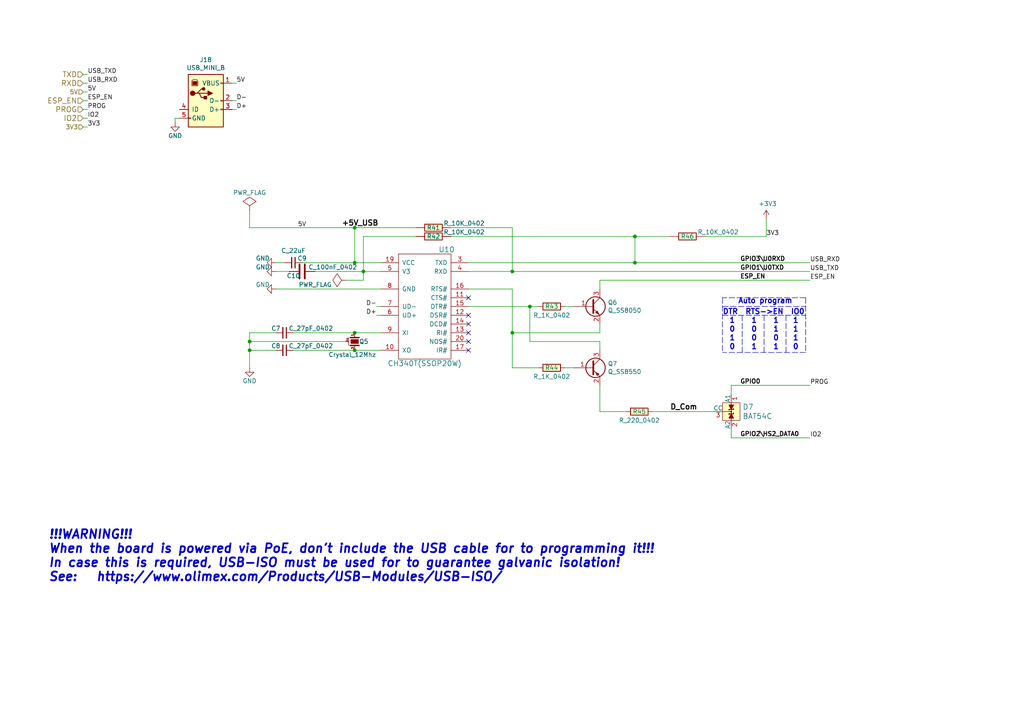
<source format=kicad_sch>
(kicad_sch (version 20211123) (generator eeschema)
  (paper "A4")
  (lib_symbols
    (symbol "C_27pF_0402_1" (pin_numbers hide) (pin_names (offset 0.254) hide)
      (property "Reference" "C" (at 0.254 1.778 0))
      (property "Value" "C_27pF_0402_1" (at 0.254 -2.032 0))
      (symbol "C_27pF_0402_1_0_1"
        (polyline (pts (xy -1.524 -0.508) (xy 1.524 -0.508)) (stroke (width 0.3302)))
        (polyline (pts (xy -1.524 0.508) (xy 1.524 0.508)) (stroke (width 0.3048)))
      )
      (symbol "C_27pF_0402_1_1_1"
        (pin passive line (at 0 2.54 270) (length 1.905) (name "~") (number "1"))
        (pin passive line (at 0 -2.54 90) (length 2.032) (name "~") (number "2"))
      )
    )
    (symbol "ESP32-PoE_Rev_E:+3.3V" (power) (pin_names (offset 0))
      (property "Value" "+3.3V" (at 0 3.556 0))
      (symbol "+3.3V_0_1"
        (polyline (pts (xy -0.762 1.27) (xy 0 2.54)))
        (polyline (pts (xy 0 0) (xy 0 2.54)))
        (polyline (pts (xy 0 2.54) (xy 0.762 1.27)))
      )
      (symbol "+3.3V_1_1"
        (pin power_in line (at 0 0 90) (length 0) hide (name "+3V3") (number "1"))
      )
    )
    (symbol "ESP32-PoE_Rev_E:PWR_FLAG" (power) (pin_numbers hide) (pin_names (offset 0) hide)
      (property "Value" "PWR_FLAG" (at 0 4.572 0))
      (symbol "PWR_FLAG_0_0"
        (pin power_out line (at 0 0 90) (length 0) (name "pwr") (number "1"))
      )
      (symbol "PWR_FLAG_0_1"
        (polyline (pts (xy 0 0) (xy 0 1.27) (xy -1.905 2.54) (xy 0 3.81) (xy 1.905 2.54) (xy 0 1.27)))
      )
    )
    (symbol "Open_Automation:BAT54C" (pin_names (offset 0))
      (property "Reference" "D" (at 0 6.35 0))
      (property "Value" "BAT54C" (at 0 3.81 0))
      (symbol "BAT54C_0_1"
        (polyline (pts (xy -2.54 0) (xy 2.54 0)))
        (polyline (pts (xy -0.889 0.635) (xy -0.635 0.635)) (stroke (width 0.254)))
        (polyline (pts (xy -0.635 -0.635) (xy -0.381 -0.635)) (stroke (width 0.254)))
        (polyline (pts (xy -0.635 0.635) (xy -0.635 -0.635)) (stroke (width 0.254)))
        (polyline (pts (xy 0 -1.905) (xy 0 -2.54)))
        (polyline (pts (xy 0 0) (xy 0 -1.905)))
        (polyline (pts (xy 0.381 0.635) (xy 0.635 0.635)) (stroke (width 0.254)))
        (polyline (pts (xy 0.635 -0.635) (xy 0.889 -0.635)) (stroke (width 0.254)))
        (polyline (pts (xy 0.635 0.635) (xy 0.635 -0.635)) (stroke (width 0.254)))
        (polyline (pts (xy -1.905 0.635) (xy -1.905 -0.635) (xy -0.635 0) (xy -1.905 0.635)) (stroke (width 0.254)) (fill (type outline)))
        (polyline (pts (xy 1.905 0.635) (xy 1.905 -0.635) (xy 0.635 0) (xy 1.905 0.635)) (stroke (width 0.254)) (fill (type outline)))
        (polyline (pts (xy -2.54 2.54) (xy 2.54 2.54) (xy 2.54 -2.54) (xy -2.54 -2.54) (xy -2.54 2.54)) (fill (type background)))
        (circle (center 0 0) (radius 0.127) (stroke (width 0.254)))
      )
      (symbol "BAT54C_1_1"
        (pin passive line (at -5.08 0 0) (length 2.54) (name "A1") (number "1"))
        (pin passive line (at 5.08 0 180) (length 2.54) (name "A2") (number "2"))
        (pin passive line (at 0 -5.08 90) (length 2.54) (name "CC") (number "3"))
      )
    )
    (symbol "Open_Automation:CH340T(SSOP20W)" (pin_names (offset 1.016))
      (property "Reference" "U10" (at 6.35 16.51 0))
      (property "Value" "CH340T(SSOP20W)" (at 0 -16.51 0))
      (symbol "CH340T(SSOP20W)_0_1"
        (rectangle (start -7.62 15.24) (end 7.62 -15.24))
      )
      (symbol "CH340T(SSOP20W)_1_1"
        (pin output line (at -1.27 20.32 270) (length 5.08) hide (name "CKO") (number "1"))
        (pin output line (at -12.7 -12.7 0) (length 5.08) (name "XO") (number "10"))
        (pin input line (at 12.7 2.54 180) (length 5.08) (name "CTS#") (number "11"))
        (pin input line (at 12.7 -2.54 180) (length 5.08) (name "DSR#") (number "12"))
        (pin input line (at 12.7 -7.62 180) (length 5.08) (name "RI#") (number "13"))
        (pin input line (at 12.7 -5.08 180) (length 5.08) (name "DCD#") (number "14"))
        (pin output line (at 12.7 0 180) (length 5.08) (name "DTR#") (number "15"))
        (pin output line (at 12.7 5.08 180) (length 5.08) (name "RTS#") (number "16"))
        (pin input line (at 12.7 -12.7 180) (length 5.08) (name "IR#") (number "17"))
        (pin input line (at -12.7 -5.08 0) (length 5.08) hide (name "R232") (number "18"))
        (pin power_in line (at -12.7 12.7 0) (length 5.08) (name "VCC") (number "19"))
        (pin output line (at 1.27 20.32 270) (length 5.08) hide (name "ACT") (number "2"))
        (pin input line (at 12.7 -10.16 180) (length 5.08) (name "NOS#") (number "20"))
        (pin output line (at 12.7 12.7 180) (length 5.08) (name "TXD") (number "3"))
        (pin input line (at 12.7 10.16 180) (length 5.08) (name "RXD") (number "4"))
        (pin power_in line (at -12.7 10.16 0) (length 5.08) (name "V3") (number "5"))
        (pin bidirectional line (at -12.7 -2.54 0) (length 5.08) (name "UD+") (number "6"))
        (pin bidirectional line (at -12.7 0 0) (length 5.08) (name "UD-") (number "7"))
        (pin power_in line (at -12.7 5.08 0) (length 5.08) (name "GND") (number "8"))
        (pin input line (at -12.7 -7.62 0) (length 5.08) (name "XI") (number "9"))
      )
    )
    (symbol "Open_Automation:C_100nF_0402" (pin_numbers hide) (pin_names (offset 0.254))
      (property "Reference" "C" (at 0.635 2.54 0))
      (property "Value" "C_100nF_0402" (at -5.715 -2.54 0))
      (symbol "C_100nF_0402_0_1"
        (polyline (pts (xy -2.032 -0.762) (xy 2.032 -0.762)) (stroke (width 0.508)))
        (polyline (pts (xy -2.032 0.762) (xy 2.032 0.762)) (stroke (width 0.508)))
      )
      (symbol "C_100nF_0402_1_1"
        (pin passive line (at 0 3.81 270) (length 2.794) (name "~") (number "1"))
        (pin passive line (at 0 -3.81 90) (length 2.794) (name "~") (number "2"))
      )
    )
    (symbol "Open_Automation:C_22uF" (pin_numbers hide) (pin_names (offset 0.254) hide)
      (property "Reference" "C" (at 0.254 1.778 0))
      (property "Value" "C_22uF" (at 0.254 -2.032 0))
      (symbol "C_22uF_0_1"
        (polyline (pts (xy -1.524 -0.508) (xy 1.524 -0.508)) (stroke (width 0.3302)))
        (polyline (pts (xy -1.524 0.508) (xy 1.524 0.508)) (stroke (width 0.3048)))
      )
      (symbol "C_22uF_1_1"
        (pin passive line (at 0 2.54 270) (length 1.905) (name "~") (number "1"))
        (pin passive line (at 0 -2.54 90) (length 2.032) (name "~") (number "2"))
      )
    )
    (symbol "Open_Automation:C_27pF_0402" (pin_numbers hide) (pin_names (offset 0.254) hide)
      (property "Reference" "C" (at 0.254 1.778 0))
      (property "Value" "C_27pF_0402" (at 0.254 -2.032 0))
      (symbol "C_27pF_0402_0_1"
        (polyline (pts (xy -1.524 -0.508) (xy 1.524 -0.508)) (stroke (width 0.3302)))
        (polyline (pts (xy -1.524 0.508) (xy 1.524 0.508)) (stroke (width 0.3048)))
      )
      (symbol "C_27pF_0402_1_1"
        (pin passive line (at 0 2.54 270) (length 1.905) (name "~") (number "1"))
        (pin passive line (at 0 -2.54 90) (length 2.032) (name "~") (number "2"))
      )
    )
    (symbol "Open_Automation:Crystal_12Mhz" (pin_names (offset 1.016) hide)
      (property "Reference" "Q" (at 0 2.286 0))
      (property "Value" "Crystal_12Mhz" (at 7.62 -3.81 0))
      (symbol "Crystal_12Mhz_0_1"
        (polyline (pts (xy -1.143 -1.778) (xy 1.143 -1.778)))
        (polyline (pts (xy -1.143 1.27) (xy -1.143 -1.27)) (stroke (width 0.4064)))
        (polyline (pts (xy 1.143 1.27) (xy 1.143 -1.27)) (stroke (width 0.4064)))
        (polyline (pts (xy -0.508 1.016) (xy 0.508 1.016) (xy 0.508 -1.016) (xy -0.508 -1.016) (xy -0.508 1.016)) (stroke (width 0.3048)) (fill (type outline)))
      )
      (symbol "Crystal_12Mhz_1_1"
        (pin passive line (at -2.54 0 0) (length 1.27) (name "1") (number "1"))
        (pin passive line (at 0 -2.54 90) (length 0.762) (name "case") (number "2"))
        (pin passive line (at 2.54 0 180) (length 1.27) (name "3") (number "3"))
        (pin passive line (at 0 -2.54 90) (length 0.762) hide (name "case") (number "4"))
      )
    )
    (symbol "Open_Automation:Q_SS8050" (pin_names (offset 0) hide)
      (property "Reference" "Q" (at 7.62 1.27 0))
      (property "Value" "Q_SS8050" (at 15.24 -1.27 0))
      (symbol "Q_SS8050_0_1"
        (polyline (pts (xy 0.635 0.635) (xy 2.54 2.54)))
        (polyline (pts (xy 0.635 -0.635) (xy 2.54 -2.54) (xy 2.54 -2.54)))
        (polyline (pts (xy 0.635 1.905) (xy 0.635 -1.905) (xy 0.635 -1.905)) (stroke (width 0.508)))
        (polyline (pts (xy 1.27 -1.778) (xy 1.778 -1.27) (xy 2.286 -2.286) (xy 1.27 -1.778) (xy 1.27 -1.778)) (fill (type outline)))
        (circle (center 1.27 0) (radius 2.8194) (stroke (width 0.254)))
      )
      (symbol "Q_SS8050_1_1"
        (pin passive line (at -5.08 0 0) (length 5.715) (name "B") (number "1"))
        (pin passive line (at 2.54 -5.08 90) (length 2.54) (name "E") (number "2"))
        (pin passive line (at 2.54 5.08 270) (length 2.54) (name "C") (number "3"))
      )
    )
    (symbol "Open_Automation:Q_SS8550" (pin_names (offset 0) hide)
      (property "Reference" "Q" (at 5.08 1.905 0))
      (property "Value" "Q_SS8550" (at 5.08 0 0))
      (symbol "Q_SS8550_0_1"
        (polyline (pts (xy 0 0) (xy 0.635 0)))
        (polyline (pts (xy 0.635 0.635) (xy 2.54 2.54)))
        (polyline (pts (xy 2.54 -2.54) (xy 0.635 -0.635)))
        (polyline (pts (xy 0.635 1.905) (xy 0.635 0) (xy 0.635 -1.905) (xy 0.635 -1.905)) (stroke (width 0.508)))
        (polyline (pts (xy 1.27 -1.27) (xy 1.778 -2.286) (xy 2.286 -1.778) (xy 1.27 -1.27) (xy 1.27 -1.27)) (fill (type outline)))
        (circle (center 1.27 0) (radius 2.8194) (stroke (width 0.254)))
      )
      (symbol "Q_SS8550_1_1"
        (pin input line (at -5.08 0 0) (length 5.08) (name "B") (number "1"))
        (pin passive line (at 2.54 -5.08 90) (length 2.54) (name "E") (number "2"))
        (pin passive line (at 2.54 5.08 270) (length 2.54) (name "C") (number "3"))
      )
    )
    (symbol "Open_Automation:R_10K_0402" (pin_numbers hide) (pin_names (offset 0))
      (property "Reference" "R" (at 0 0 90))
      (property "Value" "R_10K_0402" (at -1.905 0 90))
      (symbol "R_10K_0402_0_1"
        (rectangle (start -1.016 -2.54) (end 1.016 2.54) (stroke (width 0.254)) (fill (type background)))
      )
      (symbol "R_10K_0402_1_1"
        (pin passive line (at 0 -5.08 90) (length 2.54) (name "~") (number "1"))
        (pin passive line (at 0 5.08 270) (length 2.54) (name "~") (number "2"))
      )
    )
    (symbol "Open_Automation:R_1K_0402" (pin_numbers hide) (pin_names (offset 0))
      (property "Reference" "R" (at 0 0 90))
      (property "Value" "R_1K_0402" (at -1.905 0 90))
      (symbol "R_1K_0402_0_1"
        (rectangle (start -1.016 -2.54) (end 1.016 2.54) (stroke (width 0.254)) (fill (type background)))
      )
      (symbol "R_1K_0402_1_1"
        (pin passive line (at 0 3.81 270) (length 1.27) (name "~") (number "1"))
        (pin passive line (at 0 -3.81 90) (length 1.27) (name "~") (number "2"))
      )
    )
    (symbol "Open_Automation:R_220_0402" (pin_numbers hide) (pin_names (offset 0))
      (property "Reference" "R" (at 0 0 90))
      (property "Value" "R_220_0402" (at -1.905 0 90))
      (symbol "R_220_0402_0_1"
        (rectangle (start -1.016 -2.54) (end 1.016 2.54) (stroke (width 0.254)) (fill (type background)))
      )
      (symbol "R_220_0402_1_1"
        (pin passive line (at 0 3.81 270) (length 1.27) (name "~") (number "1"))
        (pin passive line (at 0 -3.81 90) (length 1.27) (name "~") (number "2"))
      )
    )
    (symbol "Open_Automation:USB_MINI_B" (pin_names (offset 1.016))
      (property "Reference" "J" (at 2.54 8.89 0))
      (property "Value" "USB_MINI_B" (at -5.08 -8.89 0))
      (symbol "USB_MINI_B_0_1"
        (rectangle (start -5.08 -7.62) (end 5.08 7.62) (stroke (width 0.254)) (fill (type background)))
        (rectangle (start -5.08 -4.953) (end -4.318 -5.207))
        (circle (center -3.81 2.159) (radius 0.635) (stroke (width 0.254)) (fill (type outline)))
        (rectangle (start -3.81 5.588) (end -2.54 4.572) (fill (type outline)))
        (circle (center -0.635 3.429) (radius 0.381) (stroke (width 0.254)) (fill (type outline)))
        (polyline (pts (xy -1.905 2.159) (xy 0.635 2.159)) (stroke (width 0.254)))
        (polyline (pts (xy -3.175 2.159) (xy -2.54 2.159) (xy -1.27 3.429) (xy -0.635 3.429)) (stroke (width 0.254)))
        (polyline (pts (xy -2.54 2.159) (xy -1.905 2.159) (xy -1.27 0.889) (xy 0 0.889)) (stroke (width 0.254)))
        (polyline (pts (xy 0.635 2.794) (xy 0.635 1.524) (xy 1.905 2.159) (xy 0.635 2.794)) (stroke (width 0.254)) (fill (type outline)))
        (polyline (pts (xy -4.064 4.318) (xy -2.286 4.318) (xy -2.286 5.715) (xy -2.667 6.096) (xy -3.683 6.096) (xy -4.064 5.715) (xy -4.064 4.318)))
        (rectangle (start 0.254 1.27) (end -0.508 0.508) (stroke (width 0.254)) (fill (type outline)))
        (rectangle (start 5.08 -2.667) (end 4.318 -2.413))
        (rectangle (start 5.08 -0.127) (end 4.318 0.127))
        (rectangle (start 5.08 4.953) (end 4.318 5.207))
      )
      (symbol "USB_MINI_B_1_1"
        (pin power_out line (at 7.62 5.08 180) (length 2.54) (name "VBUS") (number "1"))
        (pin passive line (at 7.62 0 180) (length 2.54) (name "D-") (number "2"))
        (pin passive line (at 7.62 -2.54 180) (length 2.54) (name "D+") (number "3"))
        (pin passive line (at -7.62 -2.54 0) (length 2.54) (name "ID") (number "4"))
        (pin power_out line (at -7.62 -5.08 0) (length 2.54) (name "GND") (number "5"))
      )
    )
    (symbol "R_10K_0402_1" (pin_numbers hide) (pin_names (offset 0))
      (property "Reference" "R" (at 0 0 90))
      (property "Value" "R_10K_0402_1" (at -1.905 0 90))
      (symbol "R_10K_0402_1_0_1"
        (rectangle (start -1.016 -2.54) (end 1.016 2.54) (stroke (width 0.254)) (fill (type background)))
      )
      (symbol "R_10K_0402_1_1_1"
        (pin passive line (at 0 -5.08 90) (length 2.54) (name "~") (number "1"))
        (pin passive line (at 0 5.08 270) (length 2.54) (name "~") (number "2"))
      )
    )
    (symbol "R_10K_0402_2" (pin_numbers hide) (pin_names (offset 0))
      (property "Reference" "R" (at 0 0 90))
      (property "Value" "R_10K_0402_2" (at -1.905 0 90))
      (symbol "R_10K_0402_2_0_1"
        (rectangle (start -1.016 -2.54) (end 1.016 2.54) (stroke (width 0.254)) (fill (type background)))
      )
      (symbol "R_10K_0402_2_1_1"
        (pin passive line (at 0 -5.08 90) (length 2.54) (name "~") (number "1"))
        (pin passive line (at 0 5.08 270) (length 2.54) (name "~") (number "2"))
      )
    )
    (symbol "R_1K_0402_1" (pin_numbers hide) (pin_names (offset 0))
      (property "Reference" "R" (at 0 0 90))
      (property "Value" "R_1K_0402_1" (at -1.905 0 90))
      (symbol "R_1K_0402_1_0_1"
        (rectangle (start -1.016 -2.54) (end 1.016 2.54) (stroke (width 0.254)) (fill (type background)))
      )
      (symbol "R_1K_0402_1_1_1"
        (pin passive line (at 0 3.81 270) (length 1.27) (name "~") (number "1"))
        (pin passive line (at 0 -3.81 90) (length 1.27) (name "~") (number "2"))
      )
    )
    (symbol "power:GND" (power) (pin_names (offset 0))
      (property "Value" "GND" (at 0 -3.81 0))
      (symbol "GND_0_1"
        (polyline (pts (xy 0 0) (xy 0 -1.27) (xy 1.27 -1.27) (xy 0 -2.54) (xy -1.27 -1.27) (xy 0 -1.27)))
      )
      (symbol "GND_1_1"
        (pin power_in line (at 0 0 270) (length 0) hide (name "GND") (number "1"))
      )
    )
  )
  (junction (at 102.87 96.52))
  (junction (at 148.59 78.74))
  (junction (at 72.39 101.6))
  (junction (at 102.87 76.2))
  (junction (at 105.41 78.74))
  (junction (at 184.15 76.2))
  (junction (at 102.87 66.04))
  (junction (at 148.59 96.52))
  (junction (at 153.67 88.9))
  (junction (at 184.15 68.58))
  (junction (at 102.87 101.6))
  (junction (at 72.39 99.06))
  (no_connect (at 135.89 91.44))
  (no_connect (at 135.89 86.36))
  (no_connect (at 135.89 93.98))
  (no_connect (at 135.89 99.06))
  (no_connect (at 135.89 101.6))
  (no_connect (at 135.89 96.52))
  (wire (pts (xy 153.67 88.9) (xy 156.21 88.9)))
  (wire (pts (xy 148.59 66.04) (xy 148.59 78.74)))
  (wire (pts (xy 85.09 101.6) (xy 102.87 101.6)))
  (polyline (pts (xy 233.68 102.235) (xy 209.55 102.235)))
  (wire (pts (xy 102.87 96.52) (xy 110.49 96.52)))
  (wire (pts (xy 153.67 99.06) (xy 153.67 88.9)))
  (wire (pts (xy 173.99 99.06) (xy 153.67 99.06)))
  (wire (pts (xy 102.87 101.6) (xy 110.49 101.6)))
  (wire (pts (xy 25.4 34.29) (xy 24.13 34.29)))
  (wire (pts (xy 212.09 111.76) (xy 212.09 114.3)))
  (wire (pts (xy 120.65 66.04) (xy 102.87 66.04)))
  (wire (pts (xy 68.58 29.21) (xy 67.31 29.21)))
  (wire (pts (xy 24.13 36.83) (xy 25.4 36.83)))
  (wire (pts (xy 130.81 66.04) (xy 148.59 66.04)))
  (wire (pts (xy 102.87 66.04) (xy 102.87 76.2)))
  (wire (pts (xy 80.01 78.74) (xy 83.82 78.74)))
  (wire (pts (xy 25.4 21.59) (xy 24.13 21.59)))
  (wire (pts (xy 50.8 35.56) (xy 50.8 34.29)))
  (wire (pts (xy 135.89 83.82) (xy 148.59 83.82)))
  (wire (pts (xy 72.39 96.52) (xy 72.39 99.06)))
  (wire (pts (xy 212.09 111.76) (xy 234.95 111.76)))
  (wire (pts (xy 148.59 106.68) (xy 156.21 106.68)))
  (wire (pts (xy 109.22 88.9) (xy 110.49 88.9)))
  (wire (pts (xy 72.39 66.04) (xy 102.87 66.04)))
  (wire (pts (xy 148.59 96.52) (xy 148.59 106.68)))
  (wire (pts (xy 120.65 68.58) (xy 105.41 68.58)))
  (wire (pts (xy 194.31 68.58) (xy 184.15 68.58)))
  (wire (pts (xy 50.8 34.29) (xy 52.07 34.29)))
  (wire (pts (xy 148.59 83.82) (xy 148.59 96.52)))
  (wire (pts (xy 68.58 24.13) (xy 67.31 24.13)))
  (polyline (pts (xy 221.615 91.44) (xy 221.615 102.235)))
  (polyline (pts (xy 233.68 86.36) (xy 233.68 102.235)))
  (wire (pts (xy 109.22 91.44) (xy 110.49 91.44)))
  (wire (pts (xy 173.99 111.76) (xy 173.99 119.38)))
  (wire (pts (xy 80.01 83.82) (xy 110.49 83.82)))
  (wire (pts (xy 82.55 76.2) (xy 80.01 76.2)))
  (polyline (pts (xy 209.55 91.44) (xy 233.68 91.44)))
  (wire (pts (xy 100.33 99.06) (xy 72.39 99.06)))
  (wire (pts (xy 212.09 127) (xy 234.95 127)))
  (wire (pts (xy 173.99 93.98) (xy 173.99 96.52)))
  (polyline (pts (xy 209.55 88.9) (xy 233.68 88.9)))
  (wire (pts (xy 72.39 60.96) (xy 72.39 66.04)))
  (wire (pts (xy 72.39 99.06) (xy 72.39 101.6)))
  (wire (pts (xy 105.41 81.28) (xy 105.41 78.74)))
  (polyline (pts (xy 215.265 91.44) (xy 215.265 102.235)))
  (wire (pts (xy 222.25 63.5) (xy 222.25 68.58)))
  (wire (pts (xy 105.41 68.58) (xy 105.41 78.74)))
  (wire (pts (xy 25.4 29.21) (xy 24.13 29.21)))
  (wire (pts (xy 25.4 31.75) (xy 24.13 31.75)))
  (wire (pts (xy 148.59 78.74) (xy 234.95 78.74)))
  (polyline (pts (xy 227.965 91.44) (xy 227.965 102.235)))
  (wire (pts (xy 212.09 124.46) (xy 212.09 127)))
  (wire (pts (xy 189.23 119.38) (xy 207.01 119.38)))
  (wire (pts (xy 87.63 76.2) (xy 102.87 76.2)))
  (wire (pts (xy 181.61 119.38) (xy 173.99 119.38)))
  (wire (pts (xy 105.41 78.74) (xy 110.49 78.74)))
  (wire (pts (xy 100.33 81.28) (xy 105.41 81.28)))
  (wire (pts (xy 135.89 76.2) (xy 184.15 76.2)))
  (wire (pts (xy 68.58 31.75) (xy 67.31 31.75)))
  (wire (pts (xy 91.44 78.74) (xy 105.41 78.74)))
  (wire (pts (xy 204.47 68.58) (xy 222.25 68.58)))
  (wire (pts (xy 163.83 88.9) (xy 166.37 88.9)))
  (wire (pts (xy 135.89 88.9) (xy 153.67 88.9)))
  (wire (pts (xy 24.13 26.67) (xy 25.4 26.67)))
  (wire (pts (xy 173.99 81.28) (xy 234.95 81.28)))
  (polyline (pts (xy 233.68 86.36) (xy 209.55 86.36)))
  (wire (pts (xy 72.39 101.6) (xy 72.39 106.68)))
  (wire (pts (xy 80.01 101.6) (xy 72.39 101.6)))
  (wire (pts (xy 102.87 76.2) (xy 110.49 76.2)))
  (wire (pts (xy 173.99 101.6) (xy 173.99 99.06)))
  (wire (pts (xy 135.89 78.74) (xy 148.59 78.74)))
  (wire (pts (xy 173.99 96.52) (xy 148.59 96.52)))
  (wire (pts (xy 163.83 106.68) (xy 166.37 106.68)))
  (wire (pts (xy 24.13 24.13) (xy 25.4 24.13)))
  (wire (pts (xy 85.09 96.52) (xy 102.87 96.52)))
  (wire (pts (xy 184.15 68.58) (xy 184.15 76.2)))
  (wire (pts (xy 173.99 83.82) (xy 173.99 81.28)))
  (wire (pts (xy 184.15 76.2) (xy 234.95 76.2)))
  (wire (pts (xy 130.81 68.58) (xy 184.15 68.58)))
  (wire (pts (xy 80.01 96.52) (xy 72.39 96.52)))
  (polyline (pts (xy 209.55 86.36) (xy 209.55 102.235)))
  (text "1" (at 217.805 93.98 0) (effects (font (size 1.524 1.524) (thickness 0.3048) bold) (justify left bottom)))
  (text "0" (at 224.155 99.06 0) (effects (font (size 1.524 1.524) (thickness 0.3048) bold) (justify left bottom)))
  (text "1" (at 224.155 101.6 0) (effects (font (size 1.524 1.524) (thickness 0.3048) bold) (justify left bottom)))
  (text "1" (at 224.155 96.52 0) (effects (font (size 1.524 1.524) (thickness 0.3048) bold) (justify left bottom)))
  (text "0" (at 217.805 96.52 0) (effects (font (size 1.524 1.524) (thickness 0.3048) bold) (justify left bottom)))
  (text "!!!WARNING!!!\nWhen the board is powered via PoE, don't include the USB cable for to programming it!!!\nIn case this is required, USB-ISO must be used for to guarantee galvanic isolation!\nSee:   https://www.olimex.com/Products/USB-Modules/USB-ISO/" (at 13.97 168.91 0) (effects (font (size 2.54 2.54) (thickness 0.508) bold italic) (justify left bottom)))
  (text "1" (at 224.155 93.98 0) (effects (font (size 1.524 1.524) (thickness 0.3048) bold) (justify left bottom)))
  (text "1" (at 211.455 99.06 0) (effects (font (size 1.524 1.524) (thickness 0.3048) bold) (justify left bottom)))
  (text "Auto program\n" (at 213.995 88.265 0) (effects (font (size 1.524 1.524) (thickness 0.3048) bold) (justify left bottom)))
  (text "1" (at 229.87 99.06 0) (effects (font (size 1.524 1.524) (thickness 0.3048) bold) (justify left bottom)))
  (text "0" (at 211.455 96.52 0) (effects (font (size 1.524 1.524) (thickness 0.3048) bold) (justify left bottom)))
  (text "1" (at 211.455 93.98 0) (effects (font (size 1.524 1.524) (thickness 0.3048) bold) (justify left bottom)))
  (text "1" (at 217.805 101.6 0) (effects (font (size 1.524 1.524) (thickness 0.3048) bold) (justify left bottom)))
  (text "0" (at 229.87 101.6 0) (effects (font (size 1.524 1.524) (thickness 0.3048) bold) (justify left bottom)))
  (text "0" (at 211.455 101.6 0) (effects (font (size 1.524 1.524) (thickness 0.3048) bold) (justify left bottom)))
  (text "1" (at 229.87 96.52 0) (effects (font (size 1.524 1.524) (thickness 0.3048) bold) (justify left bottom)))
  (text "1" (at 229.87 93.98 0) (effects (font (size 1.524 1.524) (thickness 0.3048) bold) (justify left bottom)))
  (text "0" (at 217.805 99.06 0) (effects (font (size 1.524 1.524) (thickness 0.3048) bold) (justify left bottom)))
  (text "DTR  RTS->EN  IO0" (at 209.55 91.44 0) (effects (font (size 1.524 1.524) (thickness 0.3048) bold) (justify left bottom)))
  (label "D-" (at 68.58 29.21 0))
  (label "GPIO1\\U0TXD" (at 214.63 78.74 0) (effects (font (thickness 0.254) bold)))
  (label "USB_RXD" (at 25.4 24.13 0))
  (label "GPIO0" (at 214.63 111.76 0) (effects (font (thickness 0.254) bold)))
  (label "PROG" (at 25.4 31.75 0))
  (label "5V" (at 86.36 66.04 0))
  (label "3V3" (at 222.25 68.58 0))
  (label "D+" (at 68.58 31.75 0))
  (label "PROG" (at 234.95 111.76 0))
  (label "ESP_EN" (at 214.63 81.28 0) (effects (font (thickness 0.254) bold)))
  (label "+5V_USB" (at 99.06 66.04 0) (effects (font (size 1.524 1.524) (thickness 0.3048) bold)))
  (label "USB_TXD" (at 25.4 21.59 0))
  (label "D+" (at 109.22 91.44 180))
  (label "ESP_EN" (at 25.4 29.21 0))
  (label "USB_RXD" (at 234.95 76.2 0))
  (label "GPIO3\\U0RXD" (at 214.63 76.2 0) (effects (font (thickness 0.254) bold)))
  (label "5V" (at 25.4 26.67 0))
  (label "ESP_EN" (at 234.95 81.28 0))
  (label "GPIO2\\HS2_DATA0" (at 214.63 127 0) (effects (font (thickness 0.254) bold)))
  (label "3V3" (at 25.4 36.83 0))
  (label "IO2" (at 25.4 34.29 0))
  (label "D-" (at 109.22 88.9 180))
  (label "5V" (at 68.58 24.13 0))
  (label "D_Com" (at 194.31 119.38 0) (effects (font (size 1.524 1.524) (thickness 0.3048) bold)))
  (label "USB_TXD" (at 234.95 78.74 0))
  (label "IO2" (at 234.95 127 0))
  (hierarchical_label "ESP_EN" (shape input) (at 24.13 29.21 180) (effects (font (size 1.524 1.524))))
  (hierarchical_label "IO2" (shape input) (at 24.13 34.29 180) (effects (font (size 1.524 1.524))))
  (hierarchical_label "5V" (shape input) (at 24.13 26.67 180))
  (hierarchical_label "PROG" (shape input) (at 24.13 31.75 180) (effects (font (size 1.524 1.524))))
  (hierarchical_label "3V3" (shape input) (at 24.13 36.83 180))
  (hierarchical_label "RXD" (shape input) (at 24.13 24.13 180) (effects (font (size 1.524 1.524))))
  (hierarchical_label "TXD" (shape input) (at 24.13 21.59 180) (effects (font (size 1.524 1.524))))
  (symbol (lib_id "ESP32-PoE_Rev_E:PWR_FLAG") (at 100.33 81.28 90) (unit 1)
    (property "Reference" "#FLG02" (effects hide))
    (property "Value" "PWR_FLAG" (at 91.44 82.55 90))
  )
  (symbol (lib_id "ESP32-PoE_Rev_E:+3.3V") (at 222.25 63.5 0) (unit 1)
    (property "Reference" "#PWR080" (effects hide))
    (property "Value" "+3.3V" (at 222.631 59.1058 0))
  )
  (symbol (lib_id "ESP32-PoE_Rev_E:PWR_FLAG") (at 72.39 60.96 0) (unit 1)
    (property "Reference" "#FLG01" (effects hide))
    (property "Value" "PWR_FLAG" (at 72.39 55.88 0))
  )
  (symbol (lib_id "Open_Automation:USB_MINI_B") (at 59.69 29.21 0) (unit 1)
    (property "Reference" "J18" (at 59.69 17.3482 0))
    (property "Value" "USB_MINI_B" (at 59.69 19.6596 0))
    (property "Footprint" "Open_Automation:USB-mini-B-0548190519" (effects hide))
    (property "Datasheet" "https://www.molex.com/pdm_docs/sd/548190519_sd.pdf" (effects hide))
    (property "Website" "https://www.digikey.com/product-detail/en/molex/0548190519/WM17115-ND/773802" (effects hide))
    (property "Part Number" "0548190519" (effects hide))
  )
  (symbol (lib_id "power:GND") (at 72.39 106.68 0) (unit 1)
    (property "Reference" "#PWR076" (effects hide))
    (property "Value" "GND" (at 72.39 110.49 0))
  )
  (symbol (lib_id "power:GND") (at 50.8 35.56 0) (unit 1)
    (property "Reference" "#PWR075" (effects hide))
    (property "Value" "GND" (at 50.8 39.37 0))
  )
  (symbol (lib_id "power:GND") (at 80.01 76.2 270) (unit 1)
    (property "Reference" "#PWR077" (effects hide))
    (property "Value" "GND" (at 76.2 74.93 90))
  )
  (symbol (lib_id "power:GND") (at 80.01 78.74 270) (unit 1)
    (property "Reference" "#PWR078" (effects hide))
    (property "Value" "GND" (at 76.2 77.47 90))
  )
  (symbol (lib_id "power:GND") (at 80.01 83.82 270) (unit 1)
    (property "Reference" "#PWR079" (effects hide))
    (property "Value" "GND" (at 76.2 82.55 90))
  )
  (symbol (lib_id "Open_Automation:C_22uF") (at 85.09 76.2 270) (unit 1)
    (property "Reference" "C9" (at 87.63 74.93 90))
    (property "Value" "C_22uF" (at 85.09 72.6948 90))
    (property "Footprint" "Capacitor_SMD:C_0603_1608Metric_Pad1.08x0.95mm_HandSolder" (effects hide))
    (property "Datasheet" "https://datasheet.lcsc.com/szlcsc/Samsung-Electro-Mechanics-CL10A226MQ8NRNC_C59461.pdf" (effects hide))
    (property "Part Number" "CL10A226MQ8NRNC" (effects hide))
    (property "LCSC" "C59461" (effects hide))
  )
  (symbol (lib_id "Open_Automation:C_100nF_0402") (at 87.63 78.74 270) (unit 1)
    (property "Reference" "C10" (at 85.09 80.01 90))
    (property "Value" "C_100nF_0402" (at 96.52 77.47 90))
    (property "Footprint" "Capacitor_SMD:C_0402_1005Metric_Pad0.74x0.62mm_HandSolder" (effects hide))
    (property "Datasheet" "https://datasheet.lcsc.com/szlcsc/Samsung-Electro-Mechanics-CL05B104KO5NNNC_C1525.pdf" (effects hide))
    (property "LCSC" "C1525" (effects hide))
    (property "Part Number" "CL05B104KO5NNNC" (effects hide))
  )
  (symbol (lib_name "R_10K_0402_1") (lib_id "Open_Automation:R_10K_0402") (at 125.73 66.04 270) (unit 1)
    (property "Reference" "R41" (at 125.73 66.04 90))
    (property "Value" "R_10K_0402" (at 134.62 64.77 90))
    (property "Footprint" "Resistor_SMD:R_0402_1005Metric_Pad0.72x0.64mm_HandSolder" (effects hide))
    (property "Datasheet" "https://datasheet.lcsc.com/szlcsc/Uniroyal-Elec-0402WGF1002TCE_C25744.pdf" (effects hide))
    (property "Part Number" "0402WGF1002TCE" (effects hide))
    (property "LCSC" "C25744" (effects hide))
  )
  (symbol (lib_name "R_10K_0402_2") (lib_id "Open_Automation:R_10K_0402") (at 125.73 68.58 270) (unit 1)
    (property "Reference" "R42" (at 125.73 68.58 90))
    (property "Value" "R_10K_0402" (at 134.62 67.31 90))
    (property "Footprint" "Resistor_SMD:R_0402_1005Metric_Pad0.72x0.64mm_HandSolder" (effects hide))
    (property "Datasheet" "https://datasheet.lcsc.com/szlcsc/Uniroyal-Elec-0402WGF1002TCE_C25744.pdf" (effects hide))
    (property "Part Number" "0402WGF1002TCE" (effects hide))
    (property "LCSC" "C25744" (effects hide))
  )
  (symbol (lib_name "C_27pF_0402_1") (lib_id "Open_Automation:C_27pF_0402") (at 82.55 96.52 270) (unit 1)
    (property "Reference" "C7" (at 80.01 95.25 90))
    (property "Value" "C_27pF_0402" (at 90.17 95.25 90))
    (property "Footprint" "Capacitor_SMD:C_0402_1005Metric_Pad0.74x0.62mm_HandSolder" (effects hide))
    (property "Datasheet" "https://datasheet.lcsc.com/szlcsc/Guangdong-Fenghua-Advanced-Tech-0402CG270J500NTN_C1557.pdf" (effects hide))
    (property "Part Number" "0402CG270J500NTN" (effects hide))
    (property "LCSC" "C1557" (effects hide))
  )
  (symbol (lib_id "Open_Automation:C_27pF_0402") (at 82.55 101.6 270) (unit 1)
    (property "Reference" "C8" (at 80.01 100.33 90))
    (property "Value" "C_27pF_0402" (at 90.17 100.33 90))
    (property "Footprint" "Capacitor_SMD:C_0402_1005Metric_Pad0.74x0.62mm_HandSolder" (effects hide))
    (property "Datasheet" "https://datasheet.lcsc.com/szlcsc/Guangdong-Fenghua-Advanced-Tech-0402CG270J500NTN_C1557.pdf" (effects hide))
    (property "Part Number" "0402CG270J500NTN" (effects hide))
    (property "LCSC" "C1557" (effects hide))
  )
  (symbol (lib_id "Open_Automation:Crystal_12Mhz") (at 102.87 99.06 270) (unit 1)
    (property "Reference" "Q5" (at 104.14 99.06 90) (effects (justify left)))
    (property "Value" "Crystal_12Mhz" (at 95.25 102.87 90) (effects (justify left)))
    (property "Footprint" "Crystal:Crystal_SMD_3225-4Pin_3.2x2.5mm_HandSoldering" (effects hide))
    (property "Datasheet" "https://datasheet.lcsc.com/szlcsc/Yangxing-Tech-X322512MSB4SI_C9002.pdf" (effects hide))
    (property "Part Number" "X322512MSB4SI" (effects hide))
    (property "LCSC" "C9002" (effects hide))
  )
  (symbol (lib_id "Open_Automation:R_10K_0402") (at 199.39 68.58 270) (unit 1)
    (property "Reference" "R46" (at 199.39 68.58 90))
    (property "Value" "R_10K_0402" (at 208.28 67.31 90))
    (property "Footprint" "Resistor_SMD:R_0402_1005Metric_Pad0.72x0.64mm_HandSolder" (effects hide))
    (property "Datasheet" "https://datasheet.lcsc.com/szlcsc/Uniroyal-Elec-0402WGF1002TCE_C25744.pdf" (effects hide))
    (property "Part Number" "0402WGF1002TCE" (effects hide))
    (property "LCSC" "C25744" (effects hide))
  )
  (symbol (lib_id "Open_Automation:R_1K_0402") (at 160.02 106.68 270) (unit 1)
    (property "Reference" "R44" (at 160.02 106.68 90))
    (property "Value" "R_1K_0402" (at 160.02 109.22 90))
    (property "Footprint" "Resistor_SMD:R_0402_1005Metric_Pad0.72x0.64mm_HandSolder" (effects hide))
    (property "Datasheet" "https://www.digikey.com/product-detail/en/panasonic-electronic-components/ERJ-3GEYJ102V/P1.0KGDKR-ND/577615" (effects hide))
    (property "Part Number" "0402WGF1001TCE" (effects hide))
    (property "LCSC" "C11702" (effects hide))
  )
  (symbol (lib_name "R_1K_0402_1") (lib_id "Open_Automation:R_1K_0402") (at 160.02 88.9 270) (unit 1)
    (property "Reference" "R43" (at 160.02 88.9 90))
    (property "Value" "R_1K_0402" (at 160.02 91.44 90))
    (property "Footprint" "Resistor_SMD:R_0402_1005Metric_Pad0.72x0.64mm_HandSolder" (effects hide))
    (property "Datasheet" "https://www.digikey.com/product-detail/en/panasonic-electronic-components/ERJ-3GEYJ102V/P1.0KGDKR-ND/577615" (effects hide))
    (property "Part Number" "0402WGF1001TCE" (effects hide))
    (property "LCSC" "C11702" (effects hide))
  )
  (symbol (lib_id "Open_Automation:Q_SS8050") (at 171.45 88.9 0) (unit 1)
    (property "Reference" "Q6" (at 176.276 87.7316 0) (effects (justify left)))
    (property "Value" "Q_SS8050" (at 176.276 90.043 0) (effects (justify left)))
    (property "Footprint" "Package_TO_SOT_SMD:SOT-23" (effects hide))
    (property "Datasheet" "https://datasheet.lcsc.com/szlcsc/Changjiang-Electronics-Tech-CJ-SS8050_C2150.pdf" (effects hide))
    (property "Part Number" "SS8050" (effects hide))
    (property "LCSC" "C2150" (effects hide))
  )
  (symbol (lib_id "Open_Automation:Q_SS8550") (at 171.45 106.68 0) (unit 1)
    (property "Reference" "Q7" (at 176.276 105.5116 0) (effects (justify left)))
    (property "Value" "Q_SS8550" (at 176.276 107.823 0) (effects (justify left)))
    (property "Footprint" "Package_TO_SOT_SMD:SOT-23" (effects hide))
    (property "Datasheet" "https://datasheet.lcsc.com/szlcsc/Changjiang-Electronics-Tech-CJ-SS8550_C8542.pdf" (effects hide))
    (property "Part Number" "SS8550" (effects hide))
    (property "LCSC" "C8542" (effects hide))
  )
  (symbol (lib_id "Open_Automation:R_220_0402") (at 185.42 119.38 270) (unit 1)
    (property "Reference" "R45" (at 185.42 119.38 90))
    (property "Value" "R_220_0402" (at 185.42 121.92 90))
    (property "Footprint" "Resistor_SMD:R_0402_1005Metric_Pad0.72x0.64mm_HandSolder" (effects hide))
    (property "Datasheet" "https://datasheet.lcsc.com/szlcsc/Uniroyal-Elec-0402WGF2200TCE_C25091.pdf" (effects hide))
    (property "Part Number" "0402WGF2200TCE" (effects hide))
    (property "LCSC" "C25091" (effects hide))
  )
  (symbol (lib_id "Open_Automation:BAT54C") (at 212.09 119.38 270) (unit 1)
    (property "Reference" "D7" (at 215.3412 118.0338 90) (effects (font (size 1.524 1.524)) (justify left)))
    (property "Value" "BAT54C" (at 215.3412 120.7262 90) (effects (font (size 1.524 1.524)) (justify left)))
    (property "Footprint" "Package_TO_SOT_SMD:SOT-23" (effects hide))
    (property "Datasheet" "https://datasheet.lcsc.com/szlcsc/Leshan-Radio-LBAT54CLT1G_C49991.pdf" (effects hide))
    (property "Part Number" "LBAT54CLT1G" (effects hide))
    (property "LCSC" "C49991" (effects hide))
  )
  (symbol (lib_id "Open_Automation:CH340T(SSOP20W)") (at 123.19 88.9 0) (unit 1)
    (property "Reference" "U10" (at 129.54 72.39 0) (effects (font (size 1.524 1.524))))
    (property "Value" "CH340T(SSOP20W)" (at 123.19 105.41 0) (effects (font (size 1.524 1.524))))
    (property "Footprint" "Open_Automation:SSOP-20W" (effects hide))
    (property "Part Number" "CH340T" (effects hide))
    (property "LCSC" "C8689" (effects hide))
  )
)
</source>
